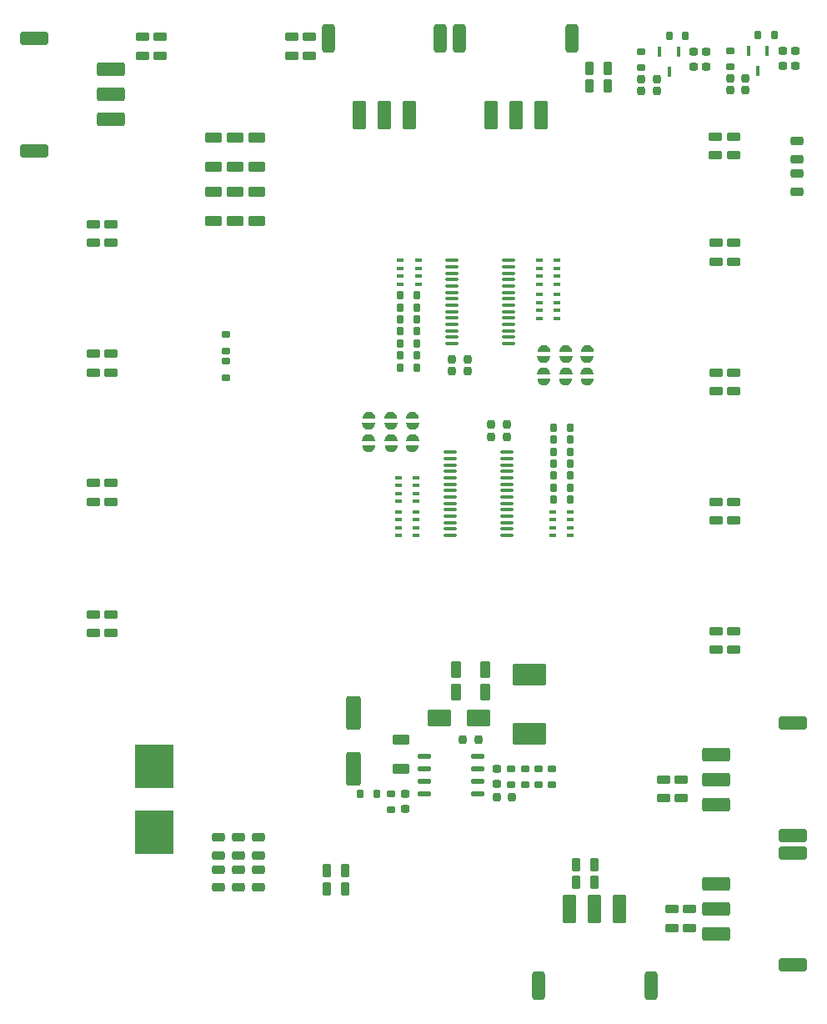
<source format=gbr>
%TF.GenerationSoftware,KiCad,Pcbnew,9.0.3*%
%TF.CreationDate,2025-07-13T22:15:26+07:00*%
%TF.ProjectId,Automative_Hexapod,4175746f-6d61-4746-9976-655f48657861,rev?*%
%TF.SameCoordinates,Original*%
%TF.FileFunction,Paste,Top*%
%TF.FilePolarity,Positive*%
%FSLAX46Y46*%
G04 Gerber Fmt 4.6, Leading zero omitted, Abs format (unit mm)*
G04 Created by KiCad (PCBNEW 9.0.3) date 2025-07-13 22:15:26*
%MOMM*%
%LPD*%
G01*
G04 APERTURE LIST*
G04 Aperture macros list*
%AMRoundRect*
0 Rectangle with rounded corners*
0 $1 Rounding radius*
0 $2 $3 $4 $5 $6 $7 $8 $9 X,Y pos of 4 corners*
0 Add a 4 corners polygon primitive as box body*
4,1,4,$2,$3,$4,$5,$6,$7,$8,$9,$2,$3,0*
0 Add four circle primitives for the rounded corners*
1,1,$1+$1,$2,$3*
1,1,$1+$1,$4,$5*
1,1,$1+$1,$6,$7*
1,1,$1+$1,$8,$9*
0 Add four rect primitives between the rounded corners*
20,1,$1+$1,$2,$3,$4,$5,0*
20,1,$1+$1,$4,$5,$6,$7,0*
20,1,$1+$1,$6,$7,$8,$9,0*
20,1,$1+$1,$8,$9,$2,$3,0*%
%AMFreePoly0*
4,1,40,-0.256491,0.587683,-0.254016,0.586547,-0.238512,0.582235,-0.140538,0.571196,-0.004459,0.523580,0.117619,0.446872,0.219563,0.344928,0.296271,0.222849,0.345779,0.081365,0.346023,0.081450,0.355920,0.031696,0.355920,-0.017164,0.356239,-0.022852,0.360030,-0.056499,0.343887,-0.199770,0.296271,-0.335849,0.219563,-0.457928,0.117619,-0.559872,-0.004459,-0.636580,-0.140538,-0.684196,
-0.280922,-0.700013,-0.316303,-0.691938,-0.342363,-0.671156,-0.356825,-0.641127,-0.356825,-0.596201,-0.359608,-0.596201,-0.358943,-0.584408,-0.357814,-0.584297,-0.360009,-0.562008,-0.360009,0.449008,-0.357814,0.471297,-0.359550,0.471468,-0.359549,0.483201,-0.356825,0.483201,-0.356825,0.528127,-0.342363,0.558156,-0.316305,0.578936,-0.307260,0.581001,-0.291951,0.587898,-0.256491,0.587683,
-0.256491,0.587683,$1*%
%AMFreePoly1*
4,1,36,-0.072682,0.644183,-0.070207,0.643047,-0.054703,0.638735,0.043270,0.627696,0.179349,0.580080,0.301428,0.503372,0.403372,0.401428,0.480080,0.279349,0.527696,0.143270,0.543839,0.000000,0.527696,-0.143270,0.480080,-0.279349,0.403372,-0.401428,0.301428,-0.503372,0.179349,-0.580080,0.043270,-0.627696,-0.097113,-0.643513,-0.132494,-0.635438,-0.158554,-0.614656,-0.173016,-0.584627,
-0.173016,-0.539701,-0.175799,-0.539701,-0.175134,-0.527908,-0.174005,-0.527797,-0.176200,-0.505508,-0.176200,0.505508,-0.174005,0.527797,-0.175741,0.527968,-0.175740,0.539701,-0.173016,0.539701,-0.173016,0.584627,-0.158554,0.614656,-0.132496,0.635436,-0.123451,0.637501,-0.108142,0.644398,-0.072682,0.644183,-0.072682,0.644183,$1*%
G04 Aperture macros list end*
%ADD10RoundRect,0.199600X-0.224600X0.199600X-0.224600X-0.199600X0.224600X-0.199600X0.224600X0.199600X0*%
%ADD11RoundRect,0.199600X0.224600X-0.199600X0.224600X0.199600X-0.224600X0.199600X-0.224600X-0.199600X0*%
%ADD12RoundRect,0.199600X0.199600X0.224600X-0.199600X0.224600X-0.199600X-0.224600X0.199600X-0.224600X0*%
%ADD13RoundRect,0.107950X-0.571500X-0.107950X0.571500X-0.107950X0.571500X0.107950X-0.571500X0.107950X0*%
%ADD14RoundRect,0.174600X-0.249600X0.174600X-0.249600X-0.174600X0.249600X-0.174600X0.249600X0.174600X0*%
%ADD15R,3.898400X4.398400*%
%ADD16RoundRect,0.174600X-0.174600X-0.249600X0.174600X-0.249600X0.174600X0.249600X-0.174600X0.249600X0*%
%ADD17RoundRect,0.224600X-0.449600X0.224600X-0.449600X-0.224600X0.449600X-0.224600X0.449600X0.224600X0*%
%ADD18RoundRect,0.074600X-0.612100X-0.074600X0.612100X-0.074600X0.612100X0.074600X-0.612100X0.074600X0*%
%ADD19RoundRect,0.199600X-0.199600X-0.224600X0.199600X-0.224600X0.199600X0.224600X-0.199600X0.224600X0*%
%ADD20R,0.698400X0.398400*%
%ADD21R,0.698400X0.298400*%
%ADD22RoundRect,0.239192X1.460008X-0.885008X1.460008X0.885008X-1.460008X0.885008X-1.460008X-0.885008X0*%
%ADD23RoundRect,0.074600X0.612100X0.074600X-0.612100X0.074600X-0.612100X-0.074600X0.612100X-0.074600X0*%
%ADD24FreePoly0,90.000000*%
%ADD25FreePoly1,270.000000*%
%ADD26RoundRect,0.225219X0.423981X-0.236481X0.423981X0.236481X-0.423981X0.236481X-0.423981X-0.236481X0*%
%ADD27RoundRect,0.227913X-0.621287X0.296287X-0.621287X-0.296287X0.621287X-0.296287X0.621287X0.296287X0*%
%ADD28RoundRect,0.224600X0.224600X0.449600X-0.224600X0.449600X-0.224600X-0.449600X0.224600X-0.449600X0*%
%ADD29FreePoly0,270.000000*%
%ADD30FreePoly1,90.000000*%
%ADD31RoundRect,0.224600X0.449600X-0.224600X0.449600X0.224600X-0.449600X0.224600X-0.449600X-0.224600X0*%
%ADD32RoundRect,0.174600X0.249600X-0.174600X0.249600X0.174600X-0.249600X0.174600X-0.249600X-0.174600X0*%
%ADD33RoundRect,0.174600X0.174600X0.249600X-0.174600X0.249600X-0.174600X-0.249600X0.174600X-0.249600X0*%
%ADD34RoundRect,0.218350X0.430850X-0.218350X0.430850X0.218350X-0.430850X0.218350X-0.430850X-0.218350X0*%
%ADD35R,0.431800X1.066800*%
%ADD36RoundRect,0.227913X-0.296287X-0.621287X0.296287X-0.621287X0.296287X0.621287X-0.296287X0.621287X0*%
%ADD37RoundRect,0.218350X-0.430850X0.218350X-0.430850X-0.218350X0.430850X-0.218350X0.430850X0.218350X0*%
%ADD38RoundRect,0.227913X0.621287X-0.296287X0.621287X0.296287X-0.621287X0.296287X-0.621287X-0.296287X0*%
%ADD39RoundRect,0.234125X0.515075X-1.465075X0.515075X1.465075X-0.515075X1.465075X-0.515075X-1.465075X0*%
%ADD40RoundRect,0.279680X0.419520X1.169520X-0.419520X1.169520X-0.419520X-1.169520X0.419520X-1.169520X0*%
%ADD41RoundRect,0.259680X0.389520X1.189520X-0.389520X1.189520X-0.389520X-1.189520X0.389520X-1.189520X0*%
%ADD42RoundRect,0.224600X-0.224600X-0.449600X0.224600X-0.449600X0.224600X0.449600X-0.224600X0.449600X0*%
%ADD43RoundRect,0.279680X-1.169520X0.419520X-1.169520X-0.419520X1.169520X-0.419520X1.169520X0.419520X0*%
%ADD44RoundRect,0.259680X-1.189520X0.389520X-1.189520X-0.389520X1.189520X-0.389520X1.189520X0.389520X0*%
%ADD45RoundRect,0.279680X1.169520X-0.419520X1.169520X0.419520X-1.169520X0.419520X-1.169520X-0.419520X0*%
%ADD46RoundRect,0.259680X1.189520X-0.389520X1.189520X0.389520X-1.189520X0.389520X-1.189520X-0.389520X0*%
%ADD47RoundRect,0.279680X-0.419520X-1.169520X0.419520X-1.169520X0.419520X1.169520X-0.419520X1.169520X0*%
%ADD48RoundRect,0.259680X-0.389520X-1.189520X0.389520X-1.189520X0.389520X1.189520X-0.389520X1.189520X0*%
%ADD49RoundRect,0.235889X0.963311X0.613311X-0.963311X0.613311X-0.963311X-0.613311X0.963311X-0.613311X0*%
G04 APERTURE END LIST*
D10*
%TO.C,C4*%
X102201600Y-122885000D03*
X102201600Y-124435000D03*
%TD*%
D11*
%TO.C,C22*%
X123495600Y-51625800D03*
X123495600Y-50075800D03*
%TD*%
D12*
%TO.C,C18*%
X118444800Y-52881800D03*
X116894800Y-52881800D03*
%TD*%
D13*
%TO.C,U1*%
X94831700Y-121615000D03*
X94831700Y-122885000D03*
X94831700Y-124155000D03*
X94831700Y-125425000D03*
X100280000Y-125425000D03*
X100280000Y-124155000D03*
X100280000Y-122885000D03*
X100280000Y-121615000D03*
%TD*%
D14*
%TO.C,R5*%
X103661600Y-122885000D03*
X103661600Y-124535000D03*
%TD*%
D15*
%TO.C,F1*%
X67438200Y-122650000D03*
X67438200Y-129350000D03*
%TD*%
D16*
%TO.C,R19*%
X92410700Y-82169200D03*
X94060700Y-82169200D03*
%TD*%
D17*
%TO.C,C31*%
X124383800Y-58740000D03*
X124383800Y-60640000D03*
%TD*%
D18*
%TO.C,U3*%
X97467500Y-90771000D03*
X97467500Y-91421000D03*
X97467500Y-92071000D03*
X97467500Y-92721000D03*
X97467500Y-93371000D03*
X97467500Y-94021000D03*
X97467500Y-94671000D03*
X97467500Y-95321000D03*
X97467500Y-95971000D03*
X97467500Y-96621000D03*
X97467500Y-97271000D03*
X97467500Y-97921000D03*
X97467500Y-98571000D03*
X97467500Y-99221000D03*
X103192500Y-99221000D03*
X103192500Y-98571000D03*
X103192500Y-97921000D03*
X103192500Y-97271000D03*
X103192500Y-96621000D03*
X103192500Y-95971000D03*
X103192500Y-95321000D03*
X103192500Y-94671000D03*
X103192500Y-94021000D03*
X103192500Y-93371000D03*
X103192500Y-92721000D03*
X103192500Y-92071000D03*
X103192500Y-91421000D03*
X103192500Y-90771000D03*
%TD*%
D19*
%TO.C,C6*%
X98760850Y-119975000D03*
X100310850Y-119975000D03*
%TD*%
D20*
%TO.C,R33*%
X94007500Y-99221000D03*
D21*
X94007500Y-98421000D03*
X94007500Y-97621000D03*
D20*
X94007500Y-96821000D03*
X92207500Y-96821000D03*
D21*
X92207500Y-97621000D03*
X92207500Y-98421000D03*
D20*
X92207500Y-99221000D03*
%TD*%
D22*
%TO.C,L1*%
X105525850Y-119380000D03*
X105525850Y-113330000D03*
%TD*%
D23*
%TO.C,U4*%
X103395700Y-79739200D03*
X103395700Y-79089200D03*
X103395700Y-78439200D03*
X103395700Y-77789200D03*
X103395700Y-77139200D03*
X103395700Y-76489200D03*
X103395700Y-75839200D03*
X103395700Y-75189200D03*
X103395700Y-74539200D03*
X103395700Y-73889200D03*
X103395700Y-73239200D03*
X103395700Y-72589200D03*
X103395700Y-71939200D03*
X103395700Y-71289200D03*
X97670700Y-71289200D03*
X97670700Y-71939200D03*
X97670700Y-72589200D03*
X97670700Y-73239200D03*
X97670700Y-73889200D03*
X97670700Y-74539200D03*
X97670700Y-75189200D03*
X97670700Y-75839200D03*
X97670700Y-76489200D03*
X97670700Y-77139200D03*
X97670700Y-77789200D03*
X97670700Y-78439200D03*
X97670700Y-79089200D03*
X97670700Y-79739200D03*
%TD*%
D16*
%TO.C,R29*%
X92410700Y-76059200D03*
X94060700Y-76059200D03*
%TD*%
D17*
%TO.C,C33*%
X124475200Y-69510000D03*
X124475200Y-71410000D03*
%TD*%
D16*
%TO.C,R31*%
X92410700Y-74849200D03*
X94060700Y-74849200D03*
%TD*%
D24*
%TO.C,TP12*%
X106928300Y-80220680D03*
D25*
X106984800Y-81190311D03*
%TD*%
D26*
%TO.C,R6*%
X77954800Y-134973700D03*
X77954800Y-133148700D03*
%TD*%
D20*
%TO.C,R35*%
X106510700Y-71289200D03*
D21*
X106510700Y-72089200D03*
X106510700Y-72889200D03*
D20*
X106510700Y-73689200D03*
X108310700Y-73689200D03*
D21*
X108310700Y-72889200D03*
X108310700Y-72089200D03*
D20*
X108310700Y-71289200D03*
%TD*%
D24*
%TO.C,TP10*%
X111322500Y-80220680D03*
D25*
X111379000Y-81190311D03*
%TD*%
D24*
%TO.C,TP3*%
X91383500Y-86977080D03*
D25*
X91440000Y-87946711D03*
%TD*%
D27*
%TO.C,C10*%
X73431400Y-58830000D03*
X73431400Y-61780000D03*
%TD*%
D12*
%TO.C,C15*%
X127472199Y-54024600D03*
X125922199Y-54024600D03*
%TD*%
D17*
%TO.C,C65*%
X66260000Y-48610000D03*
X66260000Y-50510000D03*
%TD*%
D28*
%TO.C,C27*%
X86818503Y-133270000D03*
X84918503Y-133270000D03*
%TD*%
D14*
%TO.C,R15*%
X116889800Y-50075800D03*
X116889800Y-51725800D03*
%TD*%
D17*
%TO.C,C39*%
X124475200Y-82670000D03*
X124475200Y-84570000D03*
%TD*%
D29*
%TO.C,TP4*%
X109251100Y-83634720D03*
D30*
X109194600Y-82665089D03*
%TD*%
D31*
%TO.C,C53*%
X62994600Y-82658400D03*
X62994600Y-80758400D03*
%TD*%
D24*
%TO.C,TP8*%
X109138100Y-80220680D03*
D25*
X109194600Y-81190311D03*
%TD*%
D29*
%TO.C,TP11*%
X93680900Y-90416520D03*
D30*
X93624400Y-89446889D03*
%TD*%
D32*
%TO.C,R3*%
X91445850Y-127075000D03*
X91445850Y-125425000D03*
%TD*%
D19*
%TO.C,C25*%
X101642500Y-89201000D03*
X103192500Y-89201000D03*
%TD*%
D12*
%TO.C,C17*%
X127472199Y-52814600D03*
X125922199Y-52814600D03*
%TD*%
D29*
%TO.C,TP7*%
X91496500Y-90416520D03*
D30*
X91440000Y-89446889D03*
%TD*%
D33*
%TO.C,R20*%
X109650000Y-89516000D03*
X108000000Y-89516000D03*
%TD*%
D31*
%TO.C,C50*%
X121767600Y-139050000D03*
X121767600Y-137150000D03*
%TD*%
%TO.C,C45*%
X119140000Y-125890000D03*
X119140000Y-123990000D03*
%TD*%
D16*
%TO.C,R21*%
X92410700Y-80949200D03*
X94060700Y-80949200D03*
%TD*%
D31*
%TO.C,C59*%
X61244600Y-69512800D03*
X61244600Y-67612800D03*
%TD*%
D34*
%TO.C,D3*%
X77954800Y-131706200D03*
X77954800Y-129831200D03*
%TD*%
D12*
%TO.C,C24*%
X99220700Y-82519200D03*
X97670700Y-82519200D03*
%TD*%
D20*
%TO.C,R37*%
X94210700Y-73689200D03*
D21*
X94210700Y-72889200D03*
X94210700Y-72089200D03*
D20*
X94210700Y-71289200D03*
X92410700Y-71289200D03*
D21*
X92410700Y-72089200D03*
X92410700Y-72889200D03*
D20*
X92410700Y-73689200D03*
%TD*%
D17*
%TO.C,C41*%
X126235200Y-108950000D03*
X126235200Y-110850000D03*
%TD*%
D35*
%TO.C,Q2*%
X120644802Y-50075800D03*
X118744800Y-50075800D03*
X119694801Y-52107800D03*
%TD*%
D17*
%TO.C,C32*%
X126213800Y-58740000D03*
X126213800Y-60640000D03*
%TD*%
D31*
%TO.C,C49*%
X120880000Y-125890000D03*
X120880000Y-123990000D03*
%TD*%
D20*
%TO.C,R36*%
X107850000Y-96821000D03*
D21*
X107850000Y-97621000D03*
X107850000Y-98421000D03*
D20*
X107850000Y-99221000D03*
X109650000Y-99221000D03*
D21*
X109650000Y-98421000D03*
X109650000Y-97621000D03*
D20*
X109650000Y-96821000D03*
%TD*%
D34*
%TO.C,D2*%
X75954800Y-131706200D03*
X75954800Y-129831200D03*
%TD*%
D36*
%TO.C,C8*%
X98055850Y-115115000D03*
X101005850Y-115115000D03*
%TD*%
D31*
%TO.C,C52*%
X62994600Y-95798400D03*
X62994600Y-93898400D03*
%TD*%
%TO.C,C46*%
X120017600Y-139050000D03*
X120017600Y-137150000D03*
%TD*%
D29*
%TO.C,TP9*%
X89261300Y-90416520D03*
D30*
X89204800Y-89446889D03*
%TD*%
D20*
%TO.C,R32*%
X94007500Y-95751000D03*
D21*
X94007500Y-94951000D03*
X94007500Y-94151000D03*
D20*
X94007500Y-93351000D03*
X92207500Y-93351000D03*
D21*
X92207500Y-94151000D03*
X92207500Y-94951000D03*
D20*
X92207500Y-95751000D03*
%TD*%
D28*
%TO.C,C68*%
X113497400Y-53566000D03*
X111597400Y-53566000D03*
%TD*%
D14*
%TO.C,R13*%
X74650600Y-78829400D03*
X74650600Y-80479400D03*
%TD*%
D31*
%TO.C,C56*%
X61244600Y-109128400D03*
X61244600Y-107228400D03*
%TD*%
D27*
%TO.C,C12*%
X75641400Y-58830000D03*
X75641400Y-61780000D03*
%TD*%
D29*
%TO.C,TP6*%
X107041300Y-83634720D03*
D30*
X106984800Y-82665089D03*
%TD*%
D17*
%TO.C,C61*%
X68000000Y-48610000D03*
X68000000Y-50510000D03*
%TD*%
%TO.C,C38*%
X126235200Y-69510000D03*
X126235200Y-71410000D03*
%TD*%
D24*
%TO.C,TP5*%
X93567900Y-86977080D03*
D25*
X93624400Y-87946711D03*
%TD*%
D33*
%TO.C,R30*%
X109650000Y-95566000D03*
X108000000Y-95566000D03*
%TD*%
D12*
%TO.C,C3*%
X103746600Y-125831600D03*
X102196600Y-125831600D03*
%TD*%
D37*
%TO.C,D6*%
X132689600Y-59120900D03*
X132689600Y-60995900D03*
%TD*%
D38*
%TO.C,C14*%
X77841400Y-61780000D03*
X77841400Y-58830000D03*
%TD*%
D39*
%TO.C,C1*%
X87610000Y-122885000D03*
X87610000Y-117285000D03*
%TD*%
D31*
%TO.C,C51*%
X62994600Y-109128400D03*
X62994600Y-107228400D03*
%TD*%
D16*
%TO.C,R23*%
X92410700Y-79719200D03*
X94060700Y-79719200D03*
%TD*%
D28*
%TO.C,C64*%
X113497400Y-51816000D03*
X111597400Y-51816000D03*
%TD*%
D36*
%TO.C,C7*%
X98070850Y-112845000D03*
X101020850Y-112845000D03*
%TD*%
D17*
%TO.C,C34*%
X126235200Y-82670000D03*
X126235200Y-84570000D03*
%TD*%
D38*
%TO.C,C11*%
X75641400Y-67270000D03*
X75641400Y-64320000D03*
%TD*%
D33*
%TO.C,R28*%
X109650000Y-94346000D03*
X108000000Y-94346000D03*
%TD*%
D12*
%TO.C,C16*%
X118444800Y-54091800D03*
X116894800Y-54091800D03*
%TD*%
%TO.C,C26*%
X99220700Y-81309200D03*
X97670700Y-81309200D03*
%TD*%
D20*
%TO.C,R34*%
X106510700Y-74759200D03*
D21*
X106510700Y-75559200D03*
X106510700Y-76359200D03*
D20*
X106510700Y-77159200D03*
X108310700Y-77159200D03*
D21*
X108310700Y-76359200D03*
X108310700Y-75559200D03*
D20*
X108310700Y-74759200D03*
%TD*%
D38*
%TO.C,C2*%
X92475850Y-122885000D03*
X92475850Y-119935000D03*
%TD*%
D16*
%TO.C,R17*%
X119694801Y-48501800D03*
X121344801Y-48501800D03*
%TD*%
D33*
%TO.C,R26*%
X109650000Y-93126000D03*
X108000000Y-93126000D03*
%TD*%
D14*
%TO.C,R8*%
X107811600Y-122885000D03*
X107811600Y-124535000D03*
%TD*%
D17*
%TO.C,C36*%
X124475200Y-108950000D03*
X124475200Y-110850000D03*
%TD*%
D11*
%TO.C,C21*%
X132477199Y-51562600D03*
X132477199Y-50012600D03*
%TD*%
D33*
%TO.C,R18*%
X109650000Y-88321000D03*
X108000000Y-88321000D03*
%TD*%
D40*
%TO.C,J23*%
X88239600Y-56553000D03*
X90779600Y-56553000D03*
X93319600Y-56553000D03*
D41*
X96479600Y-48753000D03*
X85079600Y-48753000D03*
%TD*%
D34*
%TO.C,D1*%
X73964800Y-131706200D03*
X73964800Y-129831200D03*
%TD*%
D27*
%TO.C,C13*%
X73431400Y-64320000D03*
X73431400Y-67270000D03*
%TD*%
D17*
%TO.C,C40*%
X126235200Y-95810000D03*
X126235200Y-97710000D03*
%TD*%
D11*
%TO.C,C20*%
X122224800Y-51625800D03*
X122224800Y-50075800D03*
%TD*%
D33*
%TO.C,R2*%
X89979000Y-125476000D03*
X88329000Y-125476000D03*
%TD*%
D29*
%TO.C,TP2*%
X111435500Y-83634720D03*
D30*
X111379000Y-82665089D03*
%TD*%
D26*
%TO.C,R11*%
X132689600Y-64310900D03*
X132689600Y-62485900D03*
%TD*%
D33*
%TO.C,R22*%
X109650000Y-90731000D03*
X108000000Y-90731000D03*
%TD*%
D16*
%TO.C,R25*%
X92410700Y-78489200D03*
X94060700Y-78489200D03*
%TD*%
D32*
%TO.C,R9*%
X106441600Y-124535000D03*
X106441600Y-122885000D03*
%TD*%
D16*
%TO.C,R16*%
X128727200Y-48424600D03*
X130377200Y-48424600D03*
%TD*%
D19*
%TO.C,C23*%
X101642500Y-87991000D03*
X103192500Y-87991000D03*
%TD*%
D35*
%TO.C,Q1*%
X129677201Y-50012600D03*
X127777199Y-50012600D03*
X128727200Y-52044600D03*
%TD*%
D31*
%TO.C,C54*%
X62994600Y-69512800D03*
X62994600Y-67612800D03*
%TD*%
D38*
%TO.C,C9*%
X77841400Y-67270000D03*
X77841400Y-64320000D03*
%TD*%
D26*
%TO.C,R4*%
X75954800Y-134973700D03*
X75954800Y-133148700D03*
%TD*%
D31*
%TO.C,C58*%
X61244600Y-82658400D03*
X61244600Y-80758400D03*
%TD*%
D11*
%TO.C,C19*%
X131257199Y-51562600D03*
X131257199Y-50012600D03*
%TD*%
D17*
%TO.C,C35*%
X124475200Y-95810000D03*
X124475200Y-97710000D03*
%TD*%
D42*
%TO.C,C48*%
X110251400Y-134424200D03*
X112151400Y-134424200D03*
%TD*%
D43*
%TO.C,J21*%
X62994600Y-56978400D03*
X62994600Y-54438400D03*
X62994600Y-51898400D03*
D44*
X55194600Y-48738400D03*
X55194600Y-60138400D03*
%TD*%
D17*
%TO.C,C63*%
X83140000Y-48610000D03*
X83140000Y-50510000D03*
%TD*%
D14*
%TO.C,R10*%
X105051600Y-122885000D03*
X105051600Y-124535000D03*
%TD*%
D40*
%TO.C,J24*%
X101589600Y-56553000D03*
X104129600Y-56553000D03*
X106669600Y-56553000D03*
D41*
X109829600Y-48753000D03*
X98429600Y-48753000D03*
%TD*%
D45*
%TO.C,J14*%
X124480200Y-121450000D03*
X124480200Y-123990000D03*
X124480200Y-126530000D03*
D46*
X132280200Y-129690000D03*
X132280200Y-118290000D03*
%TD*%
D45*
%TO.C,J15*%
X124480200Y-134610000D03*
X124480200Y-137150000D03*
X124480200Y-139690000D03*
D46*
X132280200Y-142850000D03*
X132280200Y-131450000D03*
%TD*%
D28*
%TO.C,C28*%
X86818503Y-135120000D03*
X84918503Y-135120000D03*
%TD*%
D31*
%TO.C,C57*%
X61244600Y-95798400D03*
X61244600Y-93898400D03*
%TD*%
D33*
%TO.C,R24*%
X109650000Y-91926000D03*
X108000000Y-91926000D03*
%TD*%
D16*
%TO.C,R27*%
X92410700Y-77269200D03*
X94060700Y-77269200D03*
%TD*%
D11*
%TO.C,C5*%
X92875850Y-126975000D03*
X92875850Y-125425000D03*
%TD*%
D42*
%TO.C,C44*%
X110221400Y-132664200D03*
X112121400Y-132664200D03*
%TD*%
D14*
%TO.C,R14*%
X125922199Y-50012600D03*
X125922199Y-51662600D03*
%TD*%
D47*
%TO.C,J13*%
X114691400Y-137099200D03*
X112151400Y-137099200D03*
X109611400Y-137099200D03*
D48*
X106451400Y-144899200D03*
X117851400Y-144899200D03*
%TD*%
D32*
%TO.C,R12*%
X74650600Y-83197200D03*
X74650600Y-81547200D03*
%TD*%
D26*
%TO.C,R1*%
X73964800Y-134973700D03*
X73964800Y-133148700D03*
%TD*%
D17*
%TO.C,C67*%
X81380000Y-48610000D03*
X81380000Y-50510000D03*
%TD*%
D49*
%TO.C,D5*%
X96325850Y-117775000D03*
X100325850Y-117775000D03*
%TD*%
D24*
%TO.C,TP1*%
X89148300Y-86977080D03*
D25*
X89204800Y-87946711D03*
%TD*%
M02*

</source>
